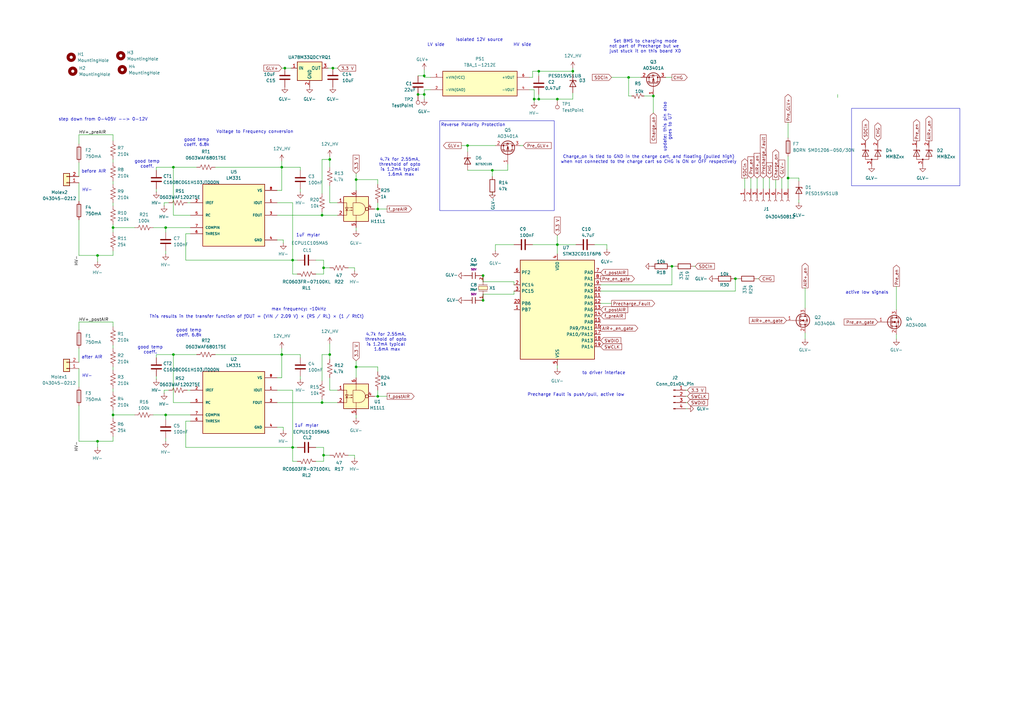
<source format=kicad_sch>
(kicad_sch (version 20250114) (generator "eeschema") (generator_version "9.0")
  (paper "A3")
  (rectangle (start 180.34 49.53) (end 227.33 86.36))
  (rectangle (start 349.25 44.45) (end 393.7 76.2))
  (text "active low signals" (at 355.6 120.015 0) (effects (font (size 1.27 1.27))))
  (text "HV-" (at 33.655 78.74 0) (effects (font (size 1.27 1.27)) (justify left bottom)))
  (text "update: this pin also\ngoes to U7" (at 273.685 52.07 90) (effects (font (size 1.27 1.27))))
  (text "after AIR" (at 33.401 147.32 0) (effects (font (size 1.27 1.27)) (justify left bottom)))
  (text "4.7k for 2.55mA, \nthreshold of opto \nis 1.2mA typical \n1.6mA max" (at 158.75 140.335 0) (effects (font (size 1.27 1.27))))
  (text "Reverse Polarity Protection" (at 194.056 51.308 0) (effects (font (size 1.27 1.27))))
  (text "good temp\ncoeff. 6.8k" (at 77.47 136.525 0) (effects (font (size 1.27 1.27))))
  (text "Charge_on is tied to GND in the charge cart, and floating (pulled high)\nwhen not connected to the charge cart so CHG is ON or OFF respectively" (at 266.065 65.405 0) (effects (font (size 1.27 1.27))))
  (text "max frequency: ~10kHz" (at 122.555 126.873 0) (effects (font (size 1.27 1.27))))
  (text "1uF mylar" (at 125.73 174.625 0) (effects (font (size 1.27 1.27))))
  (text "Isolated 12V source\nLV side 					HV side" (at 196.596 17.399 0) (effects (font (size 1.27 1.27))))
  (text "good temp\ncoeff. 6.8k" (at 80.645 58.42 0) (effects (font (size 1.27 1.27))))
  (text "1uF mylar" (at 126.365 96.52 0) (effects (font (size 1.27 1.27))))
  (text "4.7k for 2.55mA, \nthreshold of opto \nis 1.2mA typical \n1.6mA max" (at 164.465 68.58 0) (effects (font (size 1.27 1.27))))
  (text "Set BMS to charging mode\nnot part of Precharge but we \njust stuck it on this board XD\n" (at 264.668 19.05 0) (effects (font (size 1.27 1.27))))
  (text "This results in the transfer function of ƒOUT = (VIN / 2.09 V) × (RS / RL) × (1 / RtCt)" (at 105.283 129.921 0) (effects (font (size 1.27 1.27))))
  (text "good temp\ncoeff." (at 61.595 143.51 0) (effects (font (size 1.27 1.27))))
  (text "good temp\ncoeff." (at 60.325 67.31 0) (effects (font (size 1.27 1.27))))
  (text "HV-" (at 33.655 154.94 0) (effects (font (size 1.27 1.27)) (justify left bottom)))
  (text "Voltage to Frequency conversion" (at 104.521 54.102 0) (effects (font (size 1.27 1.27))))
  (text "to driver interface" (at 247.65 153.035 0) (effects (font (size 1.27 1.27))))
  (text "step down from 0-405V --> 0-12V" (at 42.291 49.022 0) (effects (font (size 1.27 1.27))))
  (text "Precharge Fault is push/pull, active low" (at 236.22 161.925 0) (effects (font (size 1.27 1.27))))
  (text "before AIR" (at 33.401 71.12 0) (effects (font (size 1.27 1.27)) (justify left bottom)))
  (junction (at 201.93 69.85))
  (junction (at 323.215 73.025))
  (junction (at 257.81 31.75))
  (junction (at 171.45 38.735))
  (junction (at 135.255 145.415))
  (junction (at 46.355 170.18))
  (junction (at 234.95 29.21))
  (junction (at 40.005 104.775))
  (junction (at 275.59 109.22))
  (junction (at 267.97 39.37))
  (junction (at 132.08 88.265))
  (junction (at 146.05 150.495))
  (junction (at 154.94 85.725))
  (junction (at 228.6 100.33))
  (junction (at 136.525 27.94))
  (junction (at 146.05 73.66))
  (junction (at 198.12 113.03))
  (junction (at 71.12 68.58))
  (junction (at 115.57 145.415))
  (junction (at 116.84 27.94))
  (junction (at 67.945 170.18))
  (junction (at 132.08 165.1))
  (junction (at 198.12 123.19))
  (junction (at 191.77 59.69))
  (junction (at 173.99 31.115))
  (junction (at 120.015 106.68))
  (junction (at 46.355 93.345))
  (junction (at 228.6 40.64))
  (junction (at 120.015 183.515))
  (junction (at 219.075 40.64))
  (junction (at 71.12 145.415))
  (junction (at 40.005 180.975))
  (junction (at 135.255 65.405))
  (junction (at 154.94 162.56))
  (junction (at 173.99 38.735))
  (junction (at 115.57 68.58))
  (junction (at 301.625 114.3))
  (junction (at 220.98 29.21))
  (junction (at 132.715 109.855))
  (junction (at 220.98 40.64))
  (junction (at 67.945 93.345))
  (junction (at 132.715 186.69))
  (wire (pts (xy 327.66 74.295) (xy 327.66 73.025)))
  (wire (pts (xy 228.6 100.33) (xy 236.22 100.33)))
  (wire (pts (xy 154.94 83.185) (xy 154.94 85.725)))
  (wire (pts (xy 228.6 40.64) (xy 220.98 40.64)))
  (wire (pts (xy 116.84 27.94) (xy 119.38 27.94)))
  (wire (pts (xy 330.2 118.11) (xy 330.2 126.365)))
  (wire (pts (xy 313.055 73.025) (xy 313.055 77.47)))
  (wire (pts (xy 285.115 109.22) (xy 284.48 109.22)))
  (wire (pts (xy 323.215 73.025) (xy 323.215 77.47)))
  (wire (pts (xy 67.945 170.18) (xy 78.105 170.18)))
  (wire (pts (xy 153.67 162.56) (xy 154.94 162.56)))
  (wire (pts (xy 367.665 137.16) (xy 367.665 139.065)))
  (wire (pts (xy 228.6 100.33) (xy 228.6 104.14)))
  (wire (pts (xy 71.12 68.58) (xy 80.645 68.58)))
  (wire (pts (xy 113.665 88.265) (xy 132.08 88.265)))
  (wire (pts (xy 78.105 165.1) (xy 71.12 165.1)))
  (wire (pts (xy 116.205 99.695) (xy 116.205 98.425)))
  (wire (pts (xy 154.94 152.4) (xy 154.94 150.495)))
  (wire (pts (xy 234.95 27.94) (xy 234.95 29.21)))
  (wire (pts (xy 46.355 150.495) (xy 46.355 151.765)))
  (wire (pts (xy 210.82 115.57) (xy 198.12 115.57)))
  (wire (pts (xy 189.23 59.69) (xy 191.77 59.69)))
  (wire (pts (xy 323.215 64.135) (xy 323.215 73.025)))
  (wire (pts (xy 343.535 40.005) (xy 343.535 38.735)))
  (wire (pts (xy 115.57 78.105) (xy 113.665 78.105)))
  (wire (pts (xy 115.57 68.58) (xy 115.57 78.105)))
  (wire (pts (xy 327.66 73.025) (xy 323.215 73.025)))
  (wire (pts (xy 154.94 160.02) (xy 154.94 162.56)))
  (wire (pts (xy 46.355 159.385) (xy 46.355 160.655)))
  (wire (pts (xy 120.015 83.185) (xy 120.015 106.68)))
  (wire (pts (xy 46.355 55.245) (xy 46.355 57.785)))
  (wire (pts (xy 301.625 114.3) (xy 302.895 114.3)))
  (wire (pts (xy 132.08 86.995) (xy 132.08 88.265)))
  (wire (pts (xy 145.415 186.69) (xy 142.875 186.69)))
  (wire (pts (xy 154.94 75.565) (xy 154.94 73.66)))
  (wire (pts (xy 135.255 160.02) (xy 138.43 160.02)))
  (wire (pts (xy 301.625 114.3) (xy 301.625 119.38)))
  (wire (pts (xy 173.99 31.115) (xy 173.99 31.75)))
  (wire (pts (xy 257.81 39.37) (xy 259.08 39.37)))
  (wire (pts (xy 146.05 147.955) (xy 146.05 150.495)))
  (wire (pts (xy 219.075 41.91) (xy 219.075 40.64)))
  (wire (pts (xy 120.015 160.02) (xy 120.015 183.515)))
  (wire (pts (xy 64.135 155.575) (xy 64.135 154.305)))
  (wire (pts (xy 76.2 172.72) (xy 78.105 172.72)))
  (wire (pts (xy 234.95 29.21) (xy 234.95 30.48)))
  (wire (pts (xy 115.57 27.94) (xy 116.84 27.94)))
  (wire (pts (xy 171.45 38.735) (xy 173.99 38.735)))
  (wire (pts (xy 146.05 171.45) (xy 146.05 170.18)))
  (wire (pts (xy 32.385 151.13) (xy 32.385 158.75)))
  (wire (pts (xy 46.355 141.605) (xy 46.355 142.875)))
  (wire (pts (xy 318.135 73.66) (xy 318.135 77.47)))
  (wire (pts (xy 62.865 93.345) (xy 67.945 93.345)))
  (wire (pts (xy 46.355 93.345) (xy 46.355 95.25)))
  (wire (pts (xy 123.19 78.74) (xy 123.19 77.47)))
  (wire (pts (xy 32.385 180.975) (xy 40.005 180.975)))
  (wire (pts (xy 173.99 36.83) (xy 173.99 38.735)))
  (wire (pts (xy 307.975 73.025) (xy 307.975 77.47)))
  (wire (pts (xy 132.08 156.21) (xy 132.08 145.415)))
  (wire (pts (xy 67.945 170.18) (xy 67.945 172.085)))
  (wire (pts (xy 116.205 98.425) (xy 113.665 98.425)))
  (wire (pts (xy 311.15 114.3) (xy 310.515 114.3)))
  (wire (pts (xy 32.385 90.17) (xy 32.385 104.775)))
  (wire (pts (xy 115.57 66.04) (xy 115.57 68.58)))
  (wire (pts (xy 262.89 31.75) (xy 257.81 31.75)))
  (wire (pts (xy 171.45 31.115) (xy 173.99 31.115)))
  (wire (pts (xy 32.385 55.245) (xy 46.355 55.245)))
  (wire (pts (xy 121.92 189.23) (xy 120.015 189.23)))
  (wire (pts (xy 218.44 31.75) (xy 217.17 31.75)))
  (wire (pts (xy 115.57 145.415) (xy 115.57 154.94)))
  (wire (pts (xy 281.305 167.64) (xy 281.94 167.64)))
  (wire (pts (xy 234.95 40.64) (xy 228.6 40.64)))
  (wire (pts (xy 132.08 165.1) (xy 138.43 165.1)))
  (wire (pts (xy 327.66 81.915) (xy 327.66 83.185)))
  (wire (pts (xy 46.355 170.18) (xy 46.355 171.45)))
  (wire (pts (xy 228.6 96.52) (xy 228.6 100.33)))
  (wire (pts (xy 123.19 146.685) (xy 123.19 145.415)))
  (wire (pts (xy 315.595 73.025) (xy 315.595 77.47)))
  (wire (pts (xy 132.715 109.855) (xy 132.715 106.68)))
  (wire (pts (xy 46.355 132.08) (xy 46.355 133.985)))
  (wire (pts (xy 132.08 88.265) (xy 138.43 88.265)))
  (wire (pts (xy 46.355 93.345) (xy 55.245 93.345)))
  (wire (pts (xy 220.98 29.21) (xy 220.98 31.115)))
  (wire (pts (xy 46.355 179.07) (xy 46.355 180.975)))
  (wire (pts (xy 273.05 31.75) (xy 275.59 31.75)))
  (wire (pts (xy 213.36 59.69) (xy 214.63 59.69)))
  (wire (pts (xy 281.305 165.1) (xy 281.94 165.1)))
  (wire (pts (xy 228.6 151.13) (xy 228.6 149.86)))
  (wire (pts (xy 305.435 73.025) (xy 305.435 77.47)))
  (wire (pts (xy 32.385 142.875) (xy 32.385 148.59)))
  (wire (pts (xy 218.44 29.21) (xy 218.44 31.75)))
  (wire (pts (xy 320.675 73.025) (xy 320.675 77.47)))
  (wire (pts (xy 67.945 180.975) (xy 67.945 179.705)))
  (wire (pts (xy 275.59 109.22) (xy 274.955 109.22)))
  (wire (pts (xy 173.99 31.75) (xy 176.53 31.75)))
  (wire (pts (xy 123.19 155.575) (xy 123.19 154.305)))
  (wire (pts (xy 173.99 36.83) (xy 176.53 36.83)))
  (wire (pts (xy 76.2 183.515) (xy 76.2 172.72)))
  (wire (pts (xy 132.715 112.395) (xy 132.715 109.855)))
  (wire (pts (xy 132.715 186.69) (xy 135.255 186.69)))
  (wire (pts (xy 220.98 38.735) (xy 220.98 40.64)))
  (wire (pts (xy 71.12 165.1) (xy 71.12 145.415)))
  (wire (pts (xy 67.31 83.185) (xy 69.215 83.185)))
  (wire (pts (xy 113.665 160.02) (xy 120.015 160.02)))
  (wire (pts (xy 135.255 76.2) (xy 135.255 83.185)))
  (wire (pts (xy 146.05 71.12) (xy 146.05 73.66)))
  (wire (pts (xy 173.99 28.575) (xy 173.99 31.115)))
  (wire (pts (xy 154.94 73.66) (xy 146.05 73.66)))
  (wire (pts (xy 46.355 170.18) (xy 55.245 170.18)))
  (wire (pts (xy 78.105 88.265) (xy 71.12 88.265)))
  (wire (pts (xy 46.355 92.075) (xy 46.355 93.345)))
  (wire (pts (xy 123.19 145.415) (xy 115.57 145.415)))
  (wire (pts (xy 64.135 69.85) (xy 64.135 68.58)))
  (wire (pts (xy 40.005 180.975) (xy 46.355 180.975)))
  (wire (pts (xy 116.205 176.53) (xy 116.205 175.26)))
  (wire (pts (xy 201.93 69.85) (xy 201.93 72.39)))
  (wire (pts (xy 46.355 74.295) (xy 46.355 75.565)))
  (wire (pts (xy 32.385 132.08) (xy 32.385 135.255)))
  (wire (pts (xy 153.67 85.725) (xy 154.94 85.725)))
  (wire (pts (xy 145.415 111.125) (xy 145.415 109.855)))
  (wire (pts (xy 116.205 175.26) (xy 113.665 175.26)))
  (wire (pts (xy 120.015 112.395) (xy 120.015 106.68)))
  (wire (pts (xy 46.355 83.185) (xy 46.355 84.455)))
  (wire (pts (xy 136.525 27.94) (xy 138.43 27.94)))
  (wire (pts (xy 300.99 114.3) (xy 301.625 114.3)))
  (wire (pts (xy 71.12 145.415) (xy 80.645 145.415)))
  (wire (pts (xy 135.255 154.94) (xy 135.255 160.02)))
  (wire (pts (xy 123.19 69.85) (xy 123.19 68.58)))
  (wire (pts (xy 367.665 117.475) (xy 367.665 127)))
  (wire (pts (xy 121.92 112.395) (xy 120.015 112.395)))
  (wire (pts (xy 220.98 29.21) (xy 234.95 29.21)))
  (wire (pts (xy 210.82 120.65) (xy 210.82 119.38)))
  (wire (pts (xy 32.385 132.08) (xy 46.355 132.08)))
  (wire (pts (xy 246.38 124.46) (xy 250.825 124.46)))
  (wire (pts (xy 40.005 107.315) (xy 40.005 104.775)))
  (wire (pts (xy 132.08 145.415) (xy 135.255 145.415)))
  (wire (pts (xy 173.99 38.735) (xy 173.99 40.64)))
  (wire (pts (xy 132.08 65.405) (xy 135.255 65.405)))
  (wire (pts (xy 88.265 68.58) (xy 115.57 68.58)))
  (wire (pts (xy 120.015 183.515) (xy 121.92 183.515)))
  (wire (pts (xy 40.005 104.775) (xy 46.355 104.775)))
  (wire (pts (xy 135.255 83.185) (xy 138.43 83.185)))
  (wire (pts (xy 220.98 40.64) (xy 219.075 40.64)))
  (wire (pts (xy 62.865 170.18) (xy 67.945 170.18)))
  (wire (pts (xy 120.015 106.68) (xy 76.2 106.68)))
  (wire (pts (xy 146.05 73.66) (xy 146.05 78.105)))
  (wire (pts (xy 76.835 83.185) (xy 78.105 83.185)))
  (wire (pts (xy 330.2 136.525) (xy 330.2 139.065)))
  (wire (pts (xy 132.08 163.83) (xy 132.08 165.1)))
  (wire (pts (xy 67.31 161.29) (xy 67.31 160.02)))
  (wire (pts (xy 64.135 146.685) (xy 64.135 145.415)))
  (wire (pts (xy 32.385 55.245) (xy 32.385 59.055)))
  (wire (pts (xy 234.95 38.1) (xy 234.95 40.64)))
  (wire (pts (xy 201.93 80.01) (xy 201.93 78.74)))
  (wire (pts (xy 123.19 68.58) (xy 115.57 68.58)))
  (wire (pts (xy 275.59 109.22) (xy 275.59 116.84)))
  (wire (pts (xy 267.97 39.37) (xy 267.97 46.355)))
  (wire (pts (xy 32.385 104.775) (xy 40.005 104.775)))
  (wire (pts (xy 198.12 120.65) (xy 198.12 123.19)))
  (wire (pts (xy 191.77 62.23) (xy 191.77 59.69)))
  (wire (pts (xy 64.135 78.74) (xy 64.135 77.47)))
  (wire (pts (xy 276.86 109.22) (xy 275.59 109.22)))
  (wire (pts (xy 248.92 100.33) (xy 248.92 102.235)))
  (wire (pts (xy 76.835 160.02) (xy 78.105 160.02)))
  (wire (pts (xy 146.05 94.615) (xy 146.05 93.345)))
  (wire (pts (xy 132.715 186.69) (xy 132.715 183.515)))
  (wire (pts (xy 135.255 65.405) (xy 135.255 68.58)))
  (wire (pts (xy 135.255 145.415) (xy 135.255 147.32)))
  (wire (pts (xy 46.355 65.405) (xy 46.355 66.675)))
  (wire (pts (xy 113.665 83.185) (xy 120.015 83.185)))
  (wire (pts (xy 88.265 145.415) (xy 115.57 145.415)))
  (wire (pts (xy 120.015 106.68) (xy 121.92 106.68)))
  (wire (pts (xy 132.715 109.855) (xy 135.255 109.855)))
  (wire (pts (xy 203.2 100.33) (xy 210.82 100.33)))
  (wire (pts (xy 219.075 36.83) (xy 219.075 40.64)))
  (wire (pts (xy 201.93 69.85) (xy 191.77 69.85)))
  (wire (pts (xy 323.215 50.165) (xy 323.215 56.515)))
  (wire (pts (xy 218.44 100.33) (xy 228.6 100.33)))
  (wire (pts (xy 191.77 59.69) (xy 203.2 59.69)))
  (wire (pts (xy 257.81 31.75) (xy 257.81 39.37)))
  (wire (pts (xy 246.38 119.38) (xy 301.625 119.38)))
  (wire (pts (xy 135.255 140.97) (xy 135.255 145.415)))
  (wire (pts (xy 154.94 162.56) (xy 158.75 162.56)))
  (wire (pts (xy 208.28 69.85) (xy 201.93 69.85)))
  (wire (pts (xy 219.075 36.83) (xy 217.17 36.83)))
  (wire (pts (xy 46.355 168.275) (xy 46.355 170.18)))
  (wire (pts (xy 67.31 84.455) (xy 67.31 83.185)))
  (wire (pts (xy 129.54 189.23) (xy 132.715 189.23)))
  (wire (pts (xy 67.945 93.345) (xy 78.105 93.345)))
  (wire (pts (xy 203.2 100.33) (xy 203.2 102.87)))
  (wire (pts (xy 40.005 183.515) (xy 40.005 180.975)))
  (wire (pts (xy 32.385 74.93) (xy 32.385 82.55)))
  (wire (pts (xy 198.12 115.57) (xy 198.12 113.03)))
  (wire (pts (xy 76.2 106.68) (xy 76.2 95.885)))
  (wire (pts (xy 281.305 160.02) (xy 281.94 160.02)))
  (wire (pts (xy 145.415 109.855) (xy 142.875 109.855)))
  (wire (pts (xy 132.715 189.23) (xy 132.715 186.69)))
  (wire (pts (xy 246.38 116.84) (xy 275.59 116.84)))
  (wire (pts (xy 120.015 183.515) (xy 76.2 183.515)))
  (wire (pts (xy 129.54 106.68) (xy 132.715 106.68)))
  (wire (pts (xy 243.84 100.33) (xy 248.92 100.33)))
  (wire (pts (xy 146.05 150.495) (xy 146.05 154.94)))
  (wire (pts (xy 67.945 104.14) (xy 67.945 102.87)))
  (wire (pts (xy 32.385 166.37) (xy 32.385 180.975)))
  (wire (pts (xy 120.015 189.23) (xy 120.015 183.515)))
  (wire (pts (xy 46.355 102.87) (xy 46.355 104.775)))
  (wire (pts (xy 281.305 162.56) (xy 281.94 162.56)))
  (wire (pts (xy 32.385 66.675) (xy 32.385 72.39)))
  (wire (pts (xy 129.54 183.515) (xy 132.715 183.515)))
  (wire (pts (xy 67.31 160.02) (xy 69.215 160.02)))
  (wire (pts (xy 64.135 68.58) (xy 71.12 68.58)))
  (wire (pts (xy 76.2 95.885) (xy 78.105 95.885)))
  (wire (pts (xy 154.94 150.495) (xy 146.05 150.495)))
  (wire (pts (xy 220.98 29.21) (xy 218.44 29.21)))
  (wire (pts (xy 310.515 73.025) (xy 310.515 77.47)))
  (wire (pts (xy 129.54 112.395) (xy 132.715 112.395)))
  (wire (pts (xy 264.16 39.37) (xy 267.97 39.37)))
  (wire (pts (xy 154.94 85.725) (xy 158.75 85.725)))
  (wire (pts (xy 134.62 27.94) (xy 136.525 27.94)))
  (wire (pts (xy 210.82 115.57) (xy 210.82 116.84)))
  (wire (pts (xy 135.255 64.135) (xy 135.255 65.405)))
  (wire (pts (xy 208.28 67.31) (xy 208.28 69.85)))
  (wire (pts (xy 113.665 165.1) (xy 132.08 165.1)))
  (wire (pts (xy 145.415 187.96) (xy 145.415 186.69)))
  (wire (pts (xy 132.08 79.375) (xy 132.08 65.405)))
  (wire (pts (xy 250.825 31.75) (xy 257.81 31.75)))
  (wire (pts (xy 71.12 88.265) (xy 71.12 68.58)))
  (wire (pts (xy 210.82 120.65) (xy 198.12 120.65)))
  (wire (pts (xy 64.135 145.415) (xy 71.12 145.415)))
  (wire (pts (xy 67.945 93.345) (xy 67.945 95.25)))
  (wire (pts (xy 115.57 142.875) (xy 115.57 145.415)))
  (wire (pts (xy 115.57 154.94) (xy 113.665 154.94)))
  (label "HV-" (at 32.385 104.775 270))
  (label "HV+_preAIR" (at 32.385 55.245 0))
  (label "HV+_postAIR" (at 32.385 132.08 0))
  (label "HV-" (at 32.385 180.975 270))
  (global_label "3.3 V" (shape input) (at 146.05 147.955 90) (property "Intersheetrefs" "${INTERSHEET_REFS}" (effects (hide yes))))
  (global_label "Pre_en" (shape input) (at 307.975 73.025 90) (property "Intersheetrefs" "${INTERSHEET_REFS}" (effects (hide yes))))
  (global_label "3.3 V" (shape input) (at 138.43 27.94 0) (property "Intersheetrefs" "${INTERSHEET_REFS}" (effects (hide yes))))
  (global_label "AIR+_en" (shape output) (at 381 57.785 90) (property "Intersheetrefs" "${INTERSHEET_REFS}" (effects (hide yes))))
  (global_label "Charge_on" (shape input) (at 267.97 46.355 270) (property "Intersheetrefs" "${INTERSHEET_REFS}" (effects (hide yes))))
  (global_label "SDCin" (shape bidirectional) (at 354.965 57.785 90) (property "Intersheetrefs" "${INTERSHEET_REFS}" (effects (hide yes))))
  (global_label "f_postAIR" (shape input) (at 246.38 111.76 0) (property "Intersheetrefs" "${INTERSHEET_REFS}" (effects (hide yes))))
  (global_label "AIR+_en" (shape output) (at 330.2 118.11 90) (property "Intersheetrefs" "${INTERSHEET_REFS}" (effects (hide yes))))
  (global_label "SWDIO" (shape input) (at 246.38 139.7 0) (property "Intersheetrefs" "${INTERSHEET_REFS}" (effects (hide yes))))
  (global_label "Pre_GLV+" (shape output) (at 323.215 50.165 90) (property "Intersheetrefs" "${INTERSHEET_REFS}" (effects (hide yes))))
  (global_label "CHG" (shape input) (at 311.15 114.3 0) (property "Intersheetrefs" "${INTERSHEET_REFS}" (effects (hide yes))))
  (global_label "GLV+" (shape output) (at 189.23 59.69 180) (property "Intersheetrefs" "${INTERSHEET_REFS}" (effects (hide yes))))
  (global_label "Charge_on" (shape output) (at 318.135 73.66 90) (property "Intersheetrefs" "${INTERSHEET_REFS}" (effects (hide yes))))
  (global_label "Pre_GLV+" (shape input) (at 214.63 59.69 0) (property "Intersheetrefs" "${INTERSHEET_REFS}" (effects (hide yes))))
  (global_label "f_postAIR" (shape output) (at 158.75 162.56 0) (property "Intersheetrefs" "${INTERSHEET_REFS}" (effects (hide yes))))
  (global_label "CHG" (shape output) (at 275.59 31.75 0) (property "Intersheetrefs" "${INTERSHEET_REFS}" (effects (hide yes))))
  (global_label "Pre_en_gate" (shape input) (at 360.045 132.08 180) (property "Intersheetrefs" "${INTERSHEET_REFS}" (effects (hide yes))))
  (global_label "SWCLK" (shape input) (at 246.38 142.24 0) (property "Intersheetrefs" "${INTERSHEET_REFS}" (effects (hide yes))))
  (global_label "SDCin" (shape input) (at 285.115 109.22 0) (property "Intersheetrefs" "${INTERSHEET_REFS}" (effects (hide yes))))
  (global_label "SDCin" (shape input) (at 250.825 31.75 180) (property "Intersheetrefs" "${INTERSHEET_REFS}" (effects (hide yes))))
  (global_label "AIR+_en_gate" (shape input) (at 322.58 131.445 180) (property "Intersheetrefs" "${INTERSHEET_REFS}" (effects (hide yes))))
  (global_label "SWDIO" (shape input) (at 281.94 165.1 0) (property "Intersheetrefs" "${INTERSHEET_REFS}" (effects (hide yes))))
  (global_label "GLV+" (shape input) (at 115.57 27.94 180) (property "Intersheetrefs" "${INTERSHEET_REFS}" (effects (hide yes))))
  (global_label "Pre_en" (shape output) (at 375.92 57.785 90) (property "Intersheetrefs" "${INTERSHEET_REFS}" (effects (hide yes))))
  (global_label "3.3 V" (shape input) (at 281.94 160.02 0) (property "Intersheetrefs" "${INTERSHEET_REFS}" (effects (hide yes))))
  (global_label "Precharge_Fault" (shape input) (at 313.055 73.025 90) (property "Intersheetrefs" "${INTERSHEET_REFS}" (effects (hide yes))))
  (global_label "Precharge_Fault" (shape output) (at 250.825 124.46 0) (property "Intersheetrefs" "${INTERSHEET_REFS}" (effects (hide yes))))
  (global_label "3.3 V" (shape input) (at 228.6 96.52 90) (property "Intersheetrefs" "${INTERSHEET_REFS}" (effects (hide yes))))
  (global_label "SDCin" (shape output) (at 305.435 73.025 90) (property "Intersheetrefs" "${INTERSHEET_REFS}" (effects (hide yes))))
  (global_label "CHG" (shape input) (at 315.595 73.025 90) (property "Intersheetrefs" "${INTERSHEET_REFS}" (effects (hide yes))))
  (global_label "GLV-" (shape input) (at 320.675 73.025 90) (property "Intersheetrefs" "${INTERSHEET_REFS}" (effects (hide yes))))
  (global_label "f_preAIR" (shape input) (at 246.38 129.54 0) (property "Intersheetrefs" "${INTERSHEET_REFS}" (effects (hide yes))))
  (global_label "3.3 V" (shape input) (at 146.05 71.12 90) (property "Intersheetrefs" "${INTERSHEET_REFS}" (effects (hide yes))))
  (global_label "Pre_en_gate" (shape output) (at 246.38 114.3 0) (property "Intersheetrefs" "${INTERSHEET_REFS}" (effects (hide yes))))
  (global_label "Pre_en" (shape output) (at 367.665 117.475 90) (property "Intersheetrefs" "${INTERSHEET_REFS}" (effects (hide yes))))
  (global_label "CHG" (shape bidirectional) (at 360.045 57.785 90) (property "Intersheetrefs" "${INTERSHEET_REFS}" (effects (hide yes))))
  (global_label "f_postAIR" (shape input) (at 246.38 127 0) (property "Intersheetrefs" "${INTERSHEET_REFS}" (effects (hide yes))))
  (global_label "AIR+_en" (shape input) (at 310.515 73.025 90) (property "Intersheetrefs" "${INTERSHEET_REFS}" (effects (hide yes))))
  (global_label "AIR+_en_gate" (shape output) (at 246.38 134.62 0) (property "Intersheetrefs" "${INTERSHEET_REFS}" (effects (hide yes))))
  (global_label "f_preAIR" (shape output) (at 158.75 85.725 0) (property "Intersheetrefs" "${INTERSHEET_REFS}" (effects (hide yes))))
  (global_label "SWCLK" (shape input) (at 281.94 162.56 0) (property "Intersheetrefs" "${INTERSHEET_REFS}" (effects (hide yes))))
  (symbol (lib_id "Device:R_US") (at 84.455 68.58 90) (unit 1)
    (property "Reference" "RT1" (at 84.455 62.23 90))
    (property "Value" "0603WAF6801T5E" (at 84.455 64.77 90))
    (property "Footprint" "Resistor_SMD:R_0603_1608Metric" (effects (hide yes)))
    (property "Description" "Resistor, US symbol" (effects (hide yes)))
  )
  (symbol (lib_id "Transistor_FET:AO3401A") (at 208.28 62.23 270) (mirror x) (unit 1)
    (property "Reference" "Q5" (at 208.28 53.34 90))
    (property "Value" "AO3401A" (at 208.28 55.88 90))
    (property "Footprint" "Package_TO_SOT_SMD:SOT-23" (effects (hide yes)))
    (property "Datasheet" "http://www.aosmd.com/pdfs/datasheet/AO3401A.pdf" (effects (hide yes)))
    (property "Description" "-4.0A Id, -30V Vds, P-Channel MOSFET, SOT-23" (effects (hide yes)))
  )
  (symbol (lib_id "Device:Fuse") (at 32.385 139.065 180) (unit 1) (in_bom no)
    (property "Reference" "F1" (at 34.925 137.7949 0) (effects (justify right)))
    (property "Value" "750mA" (at 34.925 140.3349 0) (effects (justify right)))
    (property "Footprint" "HV_Fuse:FUSE_BK_PCS" (effects (hide yes)))
  )
  (symbol (lib_id "power:GND1") (at 145.415 111.125 0) (unit 1)
    (property "Reference" "#PWR028" (effects (hide yes)))
    (property "Value" "HV-" (at 145.415 115.57 0))
    (property "Description" "Power symbol creates a global label with name \"GND1\" , ground" (effects (hide yes)))
  )
  (symbol (lib_id "Device:R_US") (at 46.355 137.795 0) (unit 1)
    (property "Reference" "R1" (at 48.133 136.906 0) (effects (justify left)))
    (property "Value" "210k" (at 48.133 139.446 0) (effects (justify left)))
    (property "Footprint" "Resistor_SMD:R_1206_3216Metric" (effects (hide yes)))
    (property "Description" "Resistor, US symbol" (effects (hide yes)))
  )
  (symbol (lib_id "power:VDC") (at 173.99 28.575 0) (unit 1)
    (property "Reference" "#PWR08" (effects (hide yes)))
    (property "Value" "GLV+" (at 170.688 24.384 0) (effects (justify left)))
    (property "Description" "Power symbol creates a global label with name \"VDC\"" (effects (hide yes)))
  )
  (symbol (lib_id "Device:C") (at 116.84 31.75 180) (unit 1)
    (property "Reference" "C15" (at 113.03 33.02 0) (effects (justify left)))
    (property "Value" "10uF" (at 113.03 30.48 0) (effects (justify left)))
    (property "Footprint" "Capacitor_SMD:C_1206_3216Metric" (effects (hide yes)))
  )
  (symbol (lib_id "Device:C") (at 240.03 100.33 270) (unit 1)
    (property "Reference" "C10" (at 238.506 93.98 90) (effects (justify left)))
    (property "Value" "4.7uF" (at 238.506 96.52 90) (effects (justify left)))
    (property "Footprint" "Capacitor_SMD:C_0603_1608Metric" (effects (hide yes)))
    (property "Description" "Unpolarized capacitor" (effects (hide yes)))
  )
  (symbol (lib_id "power:GND") (at 190.5 113.03 270) (unit 1)
    (property "Reference" "#PWR038" (effects (hide yes)))
    (property "Value" "GLV-" (at 182.626 112.776 90) (effects (justify left)))
    (property "Description" "Power symbol creates a global label with name \"GND\" , ground" (effects (hide yes)))
  )
  (symbol (lib_id "power:GND") (at 367.665 139.065 0) (mirror y) (unit 1)
    (property "Reference" "#PWR031" (effects (hide yes)))
    (property "Value" "GLV-" (at 367.665 143.51 0))
  )
  (symbol (lib_id "Device:R") (at 271.145 109.22 90) (unit 1)
    (property "Reference" "R18" (at 271.145 111.76 90))
    (property "Value" "10k" (at 271.145 107.315 90))
    (property "Footprint" "Resistor_SMD:R_0603_1608Metric" (effects (hide yes)))
    (property "Description" "Resistor" (effects (hide yes)))
  )
  (symbol (lib_id "power:GND1") (at 40.005 107.315 0) (unit 1)
    (property "Reference" "#PWR018" (effects (hide yes)))
    (property "Value" "HV-" (at 40.005 111.76 0))
    (property "Description" "Power symbol creates a global label with name \"GND1\" , ground" (effects (hide yes)))
  )
  (symbol (lib_id "Device:R_US") (at 59.055 170.18 90) (unit 1)
    (property "Reference" "R16" (at 59.055 164.846 90))
    (property "Value" "100k" (at 59.055 167.386 90))
    (property "Footprint" "Resistor_SMD:R_0603_1608Metric" (effects (hide yes)))
    (property "Description" "Resistor, US symbol" (effects (hide yes)))
  )
  (symbol (lib_id "Device:R_US") (at 84.455 145.415 90) (unit 1)
    (property "Reference" "RT2" (at 84.455 139.7 90))
    (property "Value" "0603WAF6801T5E" (at 84.455 142.24 90))
    (property "Footprint" "Resistor_SMD:R_0603_1608Metric" (effects (hide yes)))
    (property "Description" "Resistor, US symbol" (effects (hide yes)))
  )
  (symbol (lib_id "power:GND1") (at 136.525 35.56 0) (unit 1)
    (property "Reference" "#PWR043" (effects (hide yes)))
    (property "Value" "GLV-" (at 136.525 40.64 0))
    (property "Description" "Power symbol creates a global label with name \"GND1\" , ground" (effects (hide yes)))
  )
  (symbol (lib_id "power:GND1") (at 173.99 40.64 0) (unit 1)
    (property "Reference" "#PWR09" (effects (hide yes)))
    (property "Value" "GLV-" (at 173.99 45.72 0))
    (property "Description" "Power symbol creates a global label with name \"GND1\" , ground" (effects (hide yes)))
  )
  (symbol (lib_id "Connector:TestPoint") (at 228.6 40.64 180) (unit 1) (in_bom no)
    (property "Reference" "TP1" (at 230.505 42.6719 0) (effects (justify right)))
    (property "Value" "TestPoint" (at 230.505 45.2119 0) (effects (justify right)))
    (property "Footprint" "TestPoint:TestPoint_Pad_D3.0mm" (effects (hide yes)))
    (property "Description" "test point" (effects (hide yes)))
  )
  (symbol (lib_id "Device:R_US") (at 46.355 70.485 0) (unit 1)
    (property "Reference" "R8" (at 48.133 69.596 0) (effects (justify left)))
    (property "Value" "210k" (at 48.133 72.136 0) (effects (justify left)))
    (property "Footprint" "Resistor_SMD:R_1206_3216Metric" (effects (hide yes)))
    (property "Description" "Resistor, US symbol" (effects (hide yes)))
  )
  (symbol (lib_id "Mechanical:MountingHole") (at 50.165 28.575 0) (unit 1) (exclude_from_sim yes) (in_bom no)
    (property "Reference" "H4" (at 52.705 27.3049 0) (effects (justify left)))
    (property "Value" "MountingHole" (at 52.705 29.8449 0) (effects (justify left)))
    (property "Footprint" "MountingHole:MountingHole_4.3mm_M4" (effects (hide yes)))
    (property "Description" "Mounting Hole without connection" (effects (hide yes)))
  )
  (symbol (lib_id "Mechanical:MountingHole") (at 29.845 29.21 0) (unit 1) (exclude_from_sim yes) (in_bom no)
    (property "Reference" "H2" (at 32.385 27.9399 0) (effects (justify left)))
    (property "Value" "MountingHole" (at 32.385 30.4799 0) (effects (justify left)))
    (property "Footprint" "MountingHole:MountingHole_4.3mm_M4" (effects (hide yes)))
    (property "Description" "Mounting Hole without connection" (effects (hide yes)))
  )
  (symbol (lib_id "Device:R_US") (at 46.355 175.26 0) (unit 1)
    (property "Reference" "R6" (at 48.133 173.99 0) (effects (justify left)))
    (property "Value" "25k" (at 48.133 176.53 0) (effects (justify left)))
    (property "Footprint" "Resistor_SMD:R_0603_1608Metric" (effects (hide yes)))
    (property "Description" "Resistor, US symbol" (effects (hide yes)))
  )
  (symbol (lib_id "Device:R_Small_US") (at 261.62 39.37 90) (mirror x) (unit 1)
    (property "Reference" "R5" (at 261.62 34.29 90))
    (property "Value" "10k" (at 262.255 37.465 90))
    (property "Footprint" "Resistor_SMD:R_0603_1608Metric" (effects (hide yes)))
  )
  (symbol (lib_id "Diode:MMBZxx") (at 357.505 62.865 0) (unit 1)
    (property "Reference" "D4" (at 363.22 61.7219 0) (effects (justify left)))
    (property "Value" "MMBZxx" (at 363.22 64.2619 0) (effects (justify left)))
    (property "Footprint" "Package_TO_SOT_SMD:SOT-23" (effects (hide yes)))
    (property "Datasheet" "http://www.onsemi.com/pub/Collateral/MMBZ5V6ALT1-D.PDF" (effects (hide yes)))
    (property "Description" "Double Zener Diode, Common Anode, 225mW, SOT-23" (effects (hide yes)))
  )
  (symbol (lib_id "Device:R_US") (at 135.255 151.13 0) (mirror y) (unit 1)
    (property "Reference" "R12" (at 140.97 149.86 0) (effects (justify left)))
    (property "Value" "4.7k" (at 140.97 152.4 0) (effects (justify left)))
    (property "Footprint" "Resistor_SMD:R_0603_1608Metric" (effects (hide yes)))
    (property "Description" "Resistor, US symbol" (effects (hide yes)))
  )
  (symbol (lib_id "PCM_JLCPCB-Diodes:Zener,BZT52C10S") (at 191.77 66.04 180) (unit 1)
    (property "Reference" "D6" (at 194.945 64.7699 0) (effects (justify right)))
    (property "Value" "BZT52C10S" (at 194.945 67.31 0) (effects (font (size 0.8 0.8)) (justify right)))
    (property "Footprint" "Diode_SMD:D_SOD-323" (effects (hide yes)))
    (property "Datasheet" "https://wmsc.lcsc.com/wmsc/upload/file/pdf/v2/lcsc/2403280435_hongjiacheng-BZT52C10S_C19077446.pdf" (effects (hide yes)))
    (property "Description" "Independent Type 200mW 9.4V~10.6V 10V SOD-323 Zener Diodes ROHS" (effects (hide yes)))
    (property "LCSC" "C19077446" (effects (hide yes)))
    (property "Stock" "178615" (effects (hide yes)))
    (property "Price" "0.019USD" (effects (hide yes)))
    (property "Process" "SMT" (effects (hide yes)))
    (property "Minimum Qty" "20" (effects (hide yes)))
    (property "Attrition Qty" "6" (effects (hide yes)))
    (property "Class" "Preferred Component" (effects (hide yes)))
    (property "Category" "Diodes,Zener Diodes" (effects (hide yes)))
    (property "Manufacturer" "hongjiacheng" (effects (hide yes)))
    (property "Part" "BZT52C10S" (effects (hide yes)))
  )
  (symbol (lib_id "Connector_Generic:Conn_01x02") (at 27.305 74.93 180) (unit 1) (in_bom no)
    (property "Reference" "Molex2" (at 24.384 78.867 0))
    (property "Value" "043045-0212" (at 24.384 81.407 0))
    (property "Footprint" "Connector_Molex:Molex_Micro-Fit_3.0_43045-0212_2x01_P3.00mm_Vertical" (effects (hide yes)))
  )
  (symbol (lib_id "Device:R_US") (at 73.025 83.185 90) (unit 1)
    (property "Reference" "RS1" (at 73.787 78.359 90))
    (property "Value" "0603WAF1202T5E" (at 73.787 80.899 90))
    (property "Footprint" "Resistor_SMD:R_0603_1608Metric" (effects (hide yes)))
    (property "Description" "Resistor, US symbol" (effects (hide yes)))
  )
  (symbol (lib_id "power:GND") (at 330.2 139.065 0) (unit 1)
    (property "Reference" "#PWR034" (effects (hide yes)))
    (property "Value" "GLV-" (at 330.2 143.51 0))
  )
  (symbol (lib_id "LM331:LM331") (at 95.885 165.1 0) (unit 1)
    (property "Reference" "U2" (at 95.885 147.32 0))
    (property "Value" "LM331" (at 95.885 149.86 0))
    (property "Footprint" "footprints:DIP794W45P254L959H508Q8" (effects (hide yes)))
    (property "MF" "Texas Instruments" (effects (hide yes)))
    (property "MAXIMUM_PACKAGE_HEIGHT" "5.08 mm" (effects (hide yes)))
    (property "Package" "None" (effects (hide yes)))
    (property "Price" "None" (effects (hide yes)))
    (property "Check_prices" "https://www.snapeda.com/parts/LM331/Texas+Instruments/view-part/?ref=eda" (effects (hide yes)))
    (property "STANDARD" "IPC 7351B" (effects (hide yes)))
    (property "PARTREV" "C" (effects (hide yes)))
    (property "SnapEDA_Link" "https://www.snapeda.com/parts/LM331/Texas+Instruments/view-part/?ref=snap" (effects (hide yes)))
    (property "MP" "LM331" (effects (hide yes)))
    (property "Description_1" "\n                        \n                            VFC 100kHz 8-Pin PDIP Tube\n                        \n" (effects (hide yes)))
    (property "Availability" "Not in stock" (effects (hide yes)))
    (property "MANUFACTURER" "Texas Instruments" (effects (hide yes)))
  )
  (symbol (lib_id "Device:Fuse") (at 32.385 62.865 180) (unit 1) (in_bom no)
    (property "Reference" "F2" (at 34.925 61.5949 0) (effects (justify right)))
    (property "Value" "750mA" (at 34.925 64.1349 0) (effects (justify right)))
    (property "Footprint" "HV_Fuse:FUSE_BK_PCS" (effects (hide yes)))
  )
  (symbol (lib_id "power:GND1") (at 116.205 176.53 0) (unit 1)
    (property "Reference" "#PWR023" (effects (hide yes)))
    (property "Value" "HV-" (at 116.205 180.975 0))
    (property "Description" "Power symbol creates a global label with name \"GND1\" , ground" (effects (hide yes)))
  )
  (symbol (lib_id "Device:R_US") (at 132.08 160.02 0) (mirror y) (unit 1)
    (property "Reference" "R15" (at 130.937 158.75 0) (effects (justify left)))
    (property "Value" "10k" (at 130.937 161.29 0) (effects (justify left)))
    (property "Footprint" "Resistor_SMD:R_0603_1608Metric" (effects (hide yes)))
    (property "Description" "Resistor, US symbol" (effects (hide yes)))
  )
  (symbol (lib_id "power:GND1") (at 293.37 114.3 270) (unit 1)
    (property "Reference" "#PWR035" (effects (hide yes)))
    (property "Value" "GLV-" (at 290.195 114.2999 90) (effects (justify right)))
    (property "Description" "Power symbol creates a global label with name \"GND1\" , ground" (effects (hide yes)))
  )
  (symbol (lib_id "Transistor_FET:AO3400A") (at 365.125 132.08 0) (unit 1)
    (property "Reference" "Q4" (at 371.475 130.8099 0) (effects (justify left)))
    (property "Value" "AO3400A" (at 371.475 133.3499 0) (effects (justify left)))
    (property "Footprint" "Package_TO_SOT_SMD:SOT-23" (effects (hide yes)))
    (property "Datasheet" "http://www.aosmd.com/pdfs/datasheet/AO3400A.pdf" (effects (hide yes)))
    (property "Description" "30V Vds, 5.7A Id, N-Channel MOSFET, SOT-23" (effects (hide yes)))
  )
  (symbol (lib_id "TBA_1-1212E:TBA_1-1212E") (at 196.85 34.29 0) (unit 1) (in_bom no)
    (property "Reference" "PS1" (at 196.85 24.13 0))
    (property "Value" "TBA_1-1212E" (at 196.85 26.67 0))
    (property "Footprint" "footprints:CONV_TBA_1-1212E" (effects (hide yes)))
    (property "MF" "Traco Power" (effects (hide yes)))
    (property "MAXIMUM_PACKAGE_HEIGHT" "10.0mm" (effects (hide yes)))
    (property "Package" "SIP-7 Traco Power" (effects (hide yes)))
    (property "Price" "None" (effects (hide yes)))
    (property "Check_prices" "https://www.snapeda.com/parts/TBA%201-1212E/Traco+Power/view-part/?ref=eda" (effects (hide yes)))
    (property "STANDARD" "Manufacturer Recommendation" (effects (hide yes)))
    (property "PARTREV" "April 19, 2021" (effects (hide yes)))
    (property "SnapEDA_Link" "https://www.snapeda.com/parts/TBA%201-1212E/Traco+Power/view-part/?ref=snap" (effects (hide yes)))
    (property "MP" "TBA 1-1212E" (effects (hide yes)))
    (property "Description_1" "\n                        \n                            1 Watt DC/DC converter, industrial, ±10% input, short circuit protection, unregulated, encapsulated, SIP-7\n                        \n" (effects (hide yes)))
    (property "Availability" "In Stock" (effects (hide yes)))
    (property "MANUFACTURER" "Traco Power" (effects (hide yes)))
  )
  (symbol (lib_id "Isolator:H11L1") (at 146.05 85.725 0) (unit 1)
    (property "Reference" "U4" (at 155.067 88.265 0))
    (property "Value" "H11L1" (at 155.067 90.805 0))
    (property "Footprint" "Precharge:IC_H11L1SM" (effects (hide yes)))
    (property "Datasheet" "https://www.onsemi.com/pub/Collateral/H11L3M-D.PDF" (effects (hide yes)))
    (property "Description" "Schmitt Trigger Output Optocoupler, High Speed, DIP-6, 1.6mA turn on threshold" (effects (hide yes)))
  )
  (symbol (lib_id "PCM_JLCPCB-Crystals:Crystal, 8MHz, 20pF, ±10ppm") (at 198.12 118.11 90) (unit 1)
    (property "Reference" "X1" (at 200.66 118.1099 90) (effects (justify right)))
    (property "Value" "X50328MSB2GI" (effects (hide yes)))
    (property "Footprint" "Crystal_Oscillator:OSCCC500X320X135" (effects (hide yes)))
    (property "Datasheet" "https://www.lcsc.com/datasheet/lcsc_datasheet_2403291504_YXC-Crystal-Oscillators-X50328MSB2GI_C115962.pdf" (effects (hide yes)))
    (property "Description" "8MHz Surface Mount Crystal 20pF ±10ppm ±20ppm SMD5032 Crystals ROHS" (effects (hide yes)))
    (property "LCSC" "C115962" (effects (hide yes)))
    (property "Stock" "382569" (effects (hide yes)))
    (property "Price" "0.180USD" (effects (hide yes)))
    (property "Process" "SMT" (effects (hide yes)))
    (property "Minimum Qty" "5" (effects (hide yes)))
    (property "Attrition Qty" "0" (effects (hide yes)))
    (property "Class" "Basic Component" (effects (hide yes)))
    (property "Category" "Crystals/Oscillators/Resonators,Crystals" (effects (hide yes)))
    (property "Manufacturer" "Yangxing Tech" (effects (hide yes)))
    (property "Part" "X50328MSB2GI" (effects (hide yes)))
    (property "Frequency" "8MHz" (effects (hide yes)))
    (property "Frequency Stability" "±20ppm" (effects (hide yes)))
    (property "Operating Temperature" "-40°C~+85°C" (effects (hide yes)))
    (property "Frequency Tolerance" "±10ppm" (effects (hide yes)))
    (property "Crystal Type" "SMD Crystal Resonator" (effects (hide yes)))
    (property "Load Capacitance" "20pF" (effects (hide yes)))
    (property "Normal Temperature Frequency Tolerance" "±10ppm" (effects (hide yes)))
    (property "Type" "Surface Mount Crystal" (effects (hide yes)))
  )
  (symbol (lib_id "Device:C") (at 125.73 183.515 90) (unit 1)
    (property "Reference" "CL2" (at 127.889 179.4511 90) (effects (justify left)))
    (property "Value" "ECPU1C105MA5" (at 135.255 177.165 90) (effects (justify left)))
    (property "Footprint" "Capacitor_SMD:C_1210_3225Metric" (effects (hide yes)))
    (property "Description" "Unpolarized capacitor" (effects (hide yes)))
  )
  (symbol (lib_id "Mechanical:MountingHole") (at 49.53 22.86 0) (unit 1) (exclude_from_sim yes) (in_bom no)
    (property "Reference" "H3" (at 52.07 21.5899 0) (effects (justify left)))
    (property "Value" "MountingHole" (at 52.07 24.1299 0) (effects (justify left)))
    (property "Footprint" "MountingHole:MountingHole_4.3mm_M4" (effects (hide yes)))
    (property "Description" "Mounting Hole without connection" (effects (hide yes)))
  )
  (symbol (lib_id "Device:R_US") (at 135.255 72.39 0) (mirror y) (unit 1)
    (property "Reference" "R13" (at 140.97 71.12 0) (effects (justify left)))
    (property "Value" "4.7k" (at 140.97 73.66 0) (effects (justify left)))
    (property "Footprint" "Resistor_SMD:R_0603_1608Metric" (effects (hide yes)))
    (property "Description" "Resistor, US symbol" (effects (hide yes)))
  )
  (symbol (lib_id "LM331:LM331") (at 95.885 88.265 0) (unit 1)
    (property "Reference" "U5" (at 95.885 70.485 0))
    (property "Value" "LM331" (at 95.885 73.025 0))
    (property "Footprint" "footprints:DIP794W45P254L959H508Q8" (effects (hide yes)))
    (property "MF" "Texas Instruments" (effects (hide yes)))
    (property "MAXIMUM_PACKAGE_HEIGHT" "5.08 mm" (effects (hide yes)))
    (property "Package" "None" (effects (hide yes)))
    (property "Price" "None" (effects (hide yes)))
    (property "Check_prices" "https://www.snapeda.com/parts/LM331/Texas+Instruments/view-part/?ref=eda" (effects (hide yes)))
    (property "STANDARD" "IPC 7351B" (effects (hide yes)))
    (property "PARTREV" "C" (effects (hide yes)))
    (property "SnapEDA_Link" "https://www.snapeda.com/parts/LM331/Texas+Instruments/view-part/?ref=snap" (effects (hide yes)))
    (property "MP" "LM331" (effects (hide yes)))
    (property "Description_1" "\n                        \n                            VFC 100kHz 8-Pin PDIP Tube\n                        \n" (effects (hide yes)))
    (property "Availability" "Not in stock" (effects (hide yes)))
    (property "MANUFACTURER" "Texas Instruments" (effects (hide yes)))
  )
  (symbol (lib_id "Device:R_US") (at 139.065 186.69 90) (mirror x) (unit 1)
    (property "Reference" "R17" (at 139.065 192.405 90))
    (property "Value" "47" (at 139.065 189.865 90))
    (property "Footprint" "Resistor_SMD:R_0603_1608Metric" (effects (hide yes)))
    (property "Description" "Resistor, US symbol" (effects (hide yes)))
  )
  (symbol (lib_id "Device:C") (at 136.525 31.75 0) (unit 1)
    (property "Reference" "C14" (at 140.335 30.48 0) (effects (justify left)))
    (property "Value" "10uF" (at 140.335 33.02 0) (effects (justify left)))
    (property "Footprint" "Capacitor_SMD:C_1206_3216Metric" (effects (hide yes)))
  )
  (symbol (lib_id "Device:R_US") (at 139.065 109.855 90) (mirror x) (unit 1)
    (property "Reference" "R22" (at 139.065 115.57 90))
    (property "Value" "47" (at 139.065 113.03 90))
    (property "Footprint" "Resistor_SMD:R_0603_1608Metric" (effects (hide yes)))
    (property "Description" "Resistor, US symbol" (effects (hide yes)))
  )
  (symbol (lib_id "power:GND1") (at 116.84 35.56 0) (unit 1)
    (property "Reference" "#PWR044" (effects (hide yes)))
    (property "Value" "GLV-" (at 116.84 40.64 0))
    (property "Description" "Power symbol creates a global label with name \"GND1\" , ground" (effects (hide yes)))
  )
  (symbol (lib_id "Connector:Conn_01x08_Socket") (at 313.055 82.55 90) (mirror x) (unit 1) (in_bom no)
    (property "Reference" "J1" (at 314.325 85.725 90))
    (property "Value" "0430450812" (at 320.04 88.9 90))
    (property "Footprint" "Connector_Molex:Molex_Micro-Fit_3.0_43045-0812_2x04_P3.00mm_Vertical" (effects (hide yes)))
  )
  (symbol (lib_id "Device:C") (at 64.135 73.66 0) (unit 1)
    (property "Reference" "CT1" (at 66.929 72.263 0) (effects (justify left)))
    (property "Value" "C1608C0G1H103JT000N" (at 66.929 74.803 0) (effects (justify left)))
    (property "Footprint" "Capacitor_SMD:C_0603_1608Metric" (effects (hide yes)))
    (property "Description" "Unpolarized capacitor" (effects (hide yes)))
  )
  (symbol (lib_id "power:GND1") (at 123.19 155.575 0) (unit 1)
    (property "Reference" "#PWR06" (effects (hide yes)))
    (property "Value" "HV-" (at 123.19 160.02 0))
    (property "Description" "Power symbol creates a global label with name \"GND1\" , ground" (effects (hide yes)))
  )
  (symbol (lib_id "Device:R_US") (at 46.355 164.465 0) (unit 1)
    (property "Reference" "R4" (at 48.133 163.576 0) (effects (justify left)))
    (property "Value" "210k" (at 48.133 166.116 0) (effects (justify left)))
    (property "Footprint" "Resistor_SMD:R_1206_3216Metric" (effects (hide yes)))
    (property "Description" "Resistor, US symbol" (effects (hide yes)))
  )
  (symbol (lib_id "Device:R") (at 306.705 114.3 90) (unit 1)
    (property "Reference" "R29" (at 307.9751 116.84 0) (effects (justify right)))
    (property "Value" "33k" (at 305.4351 116.84 0) (effects (justify right)))
    (property "Footprint" "Resistor_SMD:R_0603_1608Metric" (effects (hide yes)))
    (property "Description" "Resistor" (effects (hide yes)))
  )
  (symbol (lib_id "power:GND1") (at 228.6 151.13 0) (unit 1)
    (property "Reference" "#PWR020" (effects (hide yes)))
    (property "Value" "GLV-" (at 228.6 156.21 0))
    (property "Description" "Power symbol creates a global label with name \"GND1\" , ground" (effects (hide yes)))
  )
  (symbol (lib_id "Device:R_US") (at 46.355 88.265 0) (unit 1)
    (property "Reference" "R10" (at 48.133 87.376 0) (effects (justify left)))
    (property "Value" "210k" (at 48.133 89.916 0) (effects (justify left)))
    (property "Footprint" "Resistor_SMD:R_1206_3216Metric" (effects (hide yes)))
    (property "Description" "Resistor, US symbol" (effects (hide yes)))
  )
  (symbol (lib_id "Device:C") (at 123.19 150.495 0) (unit 1)
    (property "Reference" "C4" (at 126.365 149.2249 0) (effects (justify left)))
    (property "Value" "100nF" (at 126.365 151.7649 0) (effects (justify left)))
    (property "Footprint" "Capacitor_SMD:C_0603_1608Metric" (effects (hide yes)))
    (property "Description" "Unpolarized capacitor" (effects (hide yes)))
  )
  (symbol (lib_id "Device:R_US") (at 46.355 155.575 0) (unit 1)
    (property "Reference" "R3" (at 48.133 154.686 0) (effects (justify left)))
    (property "Value" "210k" (at 48.133 157.226 0) (effects (justify left)))
    (property "Footprint" "Resistor_SMD:R_1206_3216Metric" (effects (hide yes)))
    (property "Description" "Resistor, US symbol" (effects (hide yes)))
  )
  (symbol (lib_id "Device:R_US") (at 46.355 99.06 0) (unit 1)
    (property "Reference" "R11" (at 48.133 97.79 0) (effects (justify left)))
    (property "Value" "25k" (at 48.133 100.33 0) (effects (justify left)))
    (property "Footprint" "Resistor_SMD:R_0603_1608Metric" (effects (hide yes)))
    (property "Description" "Resistor, US symbol" (effects (hide yes)))
  )
  (symbol (lib_id "power:GND1") (at 67.31 84.455 0) (unit 1)
    (property "Reference" "#PWR017" (effects (hide yes)))
    (property "Value" "HV-" (at 67.31 88.9 0))
    (property "Description" "Power symbol creates a global label with name \"GND1\" , ground" (effects (hide yes)))
  )
  (symbol (lib_id "Transistor_FET:AO3401A") (at 267.97 34.29 270) (mirror x) (unit 1)
    (property "Reference" "Q3" (at 267.97 25.4 90))
    (property "Value" "AO3401A" (at 267.97 27.94 90))
    (property "Footprint" "Package_TO_SOT_SMD:SOT-23" (effects (hide yes)))
    (property "Datasheet" "http://www.aosmd.com/pdfs/datasheet/AO3407A.pdf" (effects (hide yes)))
    (property "Description" "-4.0A Id, -30V Vds, P-Channel MOSFET, SOT-23" (effects (hide yes)))
  )
  (symbol (lib_id "power:GND") (at 281.94 167.64 90) (unit 1)
    (property "Reference" "#PWR033" (effects (hide yes)))
    (property "Value" "GLV-" (at 285.75 167.6399 90) (effects (justify right)))
  )
  (symbol (lib_id "Device:Fuse") (at 32.385 86.36 180) (unit 1) (in_bom no)
    (property "Reference" "F4" (at 34.925 85.0899 0) (effects (justify right)))
    (property "Value" "750mA" (at 34.925 87.6299 0) (effects (justify right)))
    (property "Footprint" "HV_Fuse:FUSE_BK_PCS" (effects (hide yes)))
  )
  (symbol (lib_id "Device:Fuse") (at 323.215 60.325 0) (unit 1)
    (property "Reference" "F7" (at 325.12 59.0549 0) (effects (justify left)))
    (property "Value" "BORN SMD1206-050/30N" (at 325.12 61.5949 0) (effects (justify left)))
    (property "Footprint" "Fuse:Fuse_1206_3216Metric_Pad1.42x1.75mm_HandSolder" (effects (hide yes)))
    (property "Description" "Fuse" (effects (hide yes)))
    (property "JLCPCB Part Number" "C6165188" (effects (hide yes)))
  )
  (symbol (lib_id "power:GND1") (at 219.075 41.91 0) (unit 1)
    (property "Reference" "#PWR011" (effects (hide yes)))
    (property "Value" "HV-" (at 219.075 46.355 0))
    (property "Description" "Power symbol creates a global label with name \"GND1\" , ground" (effects (hide yes)))
  )
  (symbol (lib_id "Diode:PESD3V3S1UL") (at 327.66 78.105 270) (unit 1)
    (property "Reference" "D1" (at 330.2 76.8349 90) (effects (justify left)))
    (property "Value" "PESD15VS1UB" (at 330.2 79.3749 90) (effects (justify left)))
    (property "Footprint" "Diode_SMD:D_SOD-523" (effects (hide yes)))
    (property "Datasheet" "https://assets.nexperia.com/documents/data-sheet/PESD15VS1UB.pdf" (effects (hide yes)))
    (property "Description" "Unidirectional ESD protection diode, 3.3V, SOD-882" (effects (hide yes)))
  )
  (symbol (lib_id "Connector:TestPoint") (at 171.45 38.735 0) (mirror x) (unit 1) (in_bom no)
    (property "Reference" "TP2" (at 169.545 40.7669 0) (effects (justify right)))
    (property "Value" "TestPoint" (at 169.545 43.3069 0) (effects (justify right)))
    (property "Footprint" "TestPoint:TestPoint_Pad_D3.0mm" (effects (hide yes)))
    (property "Description" "test point" (effects (hide yes)))
  )
  (symbol (lib_id "power:GND1") (at 116.205 99.695 0) (unit 1)
    (property "Reference" "#PWR026" (effects (hide yes)))
    (property "Value" "HV-" (at 116.205 104.14 0))
    (property "Description" "Power symbol creates a global label with name \"GND1\" , ground" (effects (hide yes)))
  )
  (symbol (lib_id "Diode:PESD3V3S1UL") (at 234.95 34.29 270) (unit 1)
    (property "Reference" "D3" (at 237.49 33.0199 90) (effects (justify left)))
    (property "Value" "PESD15VS1UB" (at 224.79 31.115 90) (effects (justify left)))
    (property "Footprint" "Diode_SMD:D_SOD-523" (effects (hide yes)))
    (property "Datasheet" "https://assets.nexperia.com/documents/data-sheet/PESD15VS1UB.pdf" (effects (hide yes)))
    (property "Description" "Unidirectional ESD protection diode, 3.3V, SOD-882" (effects (hide yes)))
  )
  (symbol (lib_id "Device:C") (at 67.945 175.895 0) (unit 1)
    (property "Reference" "C5" (at 71.12 174.6249 0) (effects (justify left)))
    (property "Value" "100nF" (at 71.12 177.1649 0) (effects (justify left)))
    (property "Footprint" "Capacitor_SMD:C_0603_1608Metric" (effects (hide yes)))
    (property "Description" "Unpolarized capacitor" (effects (hide yes)))
  )
  (symbol (lib_id "Device:R_US") (at 125.73 189.23 90) (mirror x) (unit 1)
    (property "Reference" "RL2" (at 125.73 194.945 90))
    (property "Value" "RC0603FR-07100KL" (at 125.73 192.405 90))
    (property "Footprint" "Resistor_SMD:R_0603_1608Metric" (effects (hide yes)))
    (property "Description" "Resistor, US symbol" (effects (hide yes)))
  )
  (symbol (lib_id "Device:C") (at 220.98 34.925 0) (unit 1)
    (property "Reference" "C2" (at 224.79 33.655 0) (effects (justify left)))
    (property "Value" "0.47uF" (at 223.52 36.195 0) (effects (justify left)))
    (property "Footprint" "Capacitor_SMD:C_0805_2012Metric" (effects (hide yes)))
  )
  (symbol (lib_id "power:VDC") (at 135.255 140.97 0) (unit 1)
    (property "Reference" "#PWR02" (effects (hide yes)))
    (property "Value" "12V_HV" (at 135.255 135.89 0))
    (property "Description" "Power symbol creates a global label with name \"VDC\"" (effects (hide yes)))
  )
  (symbol (lib_id "power:GND1") (at 123.19 78.74 0) (unit 1)
    (property "Reference" "#PWR016" (effects (hide yes)))
    (property "Value" "HV-" (at 123.19 83.185 0))
    (property "Description" "Power symbol creates a global label with name \"GND1\" , ground" (effects (hide yes)))
  )
  (symbol (lib_id "power:GND1") (at 145.415 187.96 0) (unit 1)
    (property "Reference" "#PWR025" (effects (hide yes)))
    (property "Value" "HV-" (at 145.415 192.405 0))
    (property "Description" "Power symbol creates a global label with name \"GND1\" , ground" (effects (hide yes)))
  )
  (symbol (lib_id "Device:R_US") (at 132.08 83.185 0) (mirror y) (unit 1)
    (property "Reference" "R20" (at 130.937 81.915 0) (effects (justify left)))
    (property "Value" "10k" (at 130.937 84.455 0) (effects (justify left)))
    (property "Footprint" "Resistor_SMD:R_0603_1608Metric" (effects (hide yes)))
    (property "Description" "Resistor, US symbol" (effects (hide yes)))
  )
  (symbol (lib_id "Device:R") (at 201.93 76.2 0) (unit 1)
    (property "Reference" "R14" (at 204.47 74.9299 0) (effects (justify left)))
    (property "Value" "47k" (at 204.47 77.4699 0) (effects (justify left)))
    (property "Footprint" "Resistor_SMD:R_0603_1608Metric" (effects (hide yes)))
    (property "Description" "Resistor" (effects (hide yes)))
  )
  (symbol (lib_id "Device:R_US") (at 46.355 79.375 0) (unit 1)
    (property "Reference" "R9" (at 48.133 78.486 0) (effects (justify left)))
    (property "Value" "210k" (at 48.133 81.026 0) (effects (justify left)))
    (property "Footprint" "Resistor_SMD:R_1206_3216Metric" (effects (hide yes)))
    (property "Description" "Resistor, US symbol" (effects (hide yes)))
  )
  (symbol (lib_id "power:GND1") (at 327.66 83.185 0) (unit 1)
    (property "Reference" "#PWR019" (effects (hide yes)))
    (property "Value" "GLV-" (at 327.66 88.265 0))
    (property "Description" "Power symbol creates a global label with name \"GND1\" , ground" (effects (hide yes)))
  )
  (symbol (lib_id "power:GND1") (at 40.005 183.515 0) (unit 1)
    (property "Reference" "#PWR03" (effects (hide yes)))
    (property "Value" "HV-" (at 40.005 187.96 0))
    (property "Description" "Power symbol creates a global label with name \"GND1\" , ground" (effects (hide yes)))
  )
  (symbol (lib_id "power:GND1") (at 127 35.56 0) (unit 1)
    (property "Reference" "#PWR04" (effects (hide yes)))
    (property "Value" "GLV-" (at 127 40.64 0))
    (property "Description" "Power symbol creates a global label with name \"GND1\" , ground" (effects (hide yes)))
  )
  (symbol (lib_id "Device:C") (at 123.19 73.66 0) (unit 1)
    (property "Reference" "C3" (at 126.365 72.3899 0) (effects (justify left)))
    (property "Value" "100nF" (at 126.365 74.9299 0) (effects (justify left)))
    (property "Footprint" "Capacitor_SMD:C_0603_1608Metric" (effects (hide yes)))
    (property "Description" "Unpolarized capacitor" (effects (hide yes)))
  )
  (symbol (lib_id "power:GND1") (at 67.945 104.14 0) (unit 1)
    (property "Reference" "#PWR027" (effects (hide yes)))
    (property "Value" "HV-" (at 67.945 108.585 0))
    (property "Description" "Power symbol creates a global label with name \"GND1\" , ground" (effects (hide yes)))
  )
  (symbol (lib_id "power:GND1") (at 67.31 161.29 0) (unit 1)
    (property "Reference" "#PWR07" (effects (hide yes)))
    (property "Value" "HV-" (at 67.31 165.735 0))
    (property "Description" "Power symbol creates a global label with name \"GND1\" , ground" (effects (hide yes)))
  )
  (symbol (lib_id "MCU_ST_STM32C0:STM32C011F4Px") (at 228.6 127 0) (unit 1)
    (property "Reference" "U7" (at 230.7433 101.6 0) (effects (justify left)))
    (property "Value" "STM32C011F6P6" (at 230.7433 104.14 0) (effects (justify left)))
    (property "Footprint" "Package_SO:TSSOP-20_4.4x6.5mm_P0.65mm" (effects (hide yes)))
    (property "Datasheet" "https://www.st.com/resource/en/datasheet/stm32c011f4.pdf" (effects (hide yes)))
    (property "Description" "STMicroelectronics Arm Cortex-M0+ MCU, 16KB flash, 6KB RAM, 48 MHz, 2.0-3.6V, 18 GPIO, TSSOP20" (effects (hide yes)))
  )
  (symbol (lib_id "Device:C") (at 64.135 150.495 0) (unit 1)
    (property "Reference" "CT2" (at 66.929 149.098 0) (effects (justify left)))
    (property "Value" "C1608C0G1H103JT000N" (at 66.929 151.638 0) (effects (justify left)))
    (property "Footprint" "Capacitor_SMD:C_0603_1608Metric" (effects (hide yes)))
    (property "Description" "Unpolarized capacitor" (effects (hide yes)))
  )
  (symbol (lib_id "Diode:MMBZxx") (at 378.46 62.865 0) (unit 1)
    (property "Reference" "D2" (at 384.175 61.7219 0) (effects (justify left)))
    (property "Value" "MMBZxx" (at 384.175 64.2619 0) (effects (justify left)))
    (property "Footprint" "Package_TO_SOT_SMD:SOT-23" (effects (hide yes)))
    (property "Datasheet" "http://www.onsemi.com/pub/Collateral/MMBZ5V6ALT1-D.PDF" (effects (hide yes)))
    (property "Description" "Double Zener Diode, Common Anode, 225mW, SOT-23" (effects (hide yes)))
  )
  (symbol (lib_id "Device:R_US") (at 154.94 79.375 0) (unit 1)
    (property "Reference" "R25" (at 156.083 78.105 0) (effects (justify left)))
    (property "Value" "1k" (at 156.083 80.645 0) (effects (justify left)))
    (property "Footprint" "Resistor_SMD:R_0603_1608Metric" (effects (hide yes)))
    (property "Description" "Resistor, US symbol" (effects (hide yes)))
  )
  (symbol (lib_id "Device:R_US") (at 154.94 156.21 0) (unit 1)
    (property "Reference" "R24" (at 156.083 154.94 0) (effects (justify left)))
    (property "Value" "1k" (at 156.083 157.48 0) (effects (justify left)))
    (property "Footprint" "Resistor_SMD:R_0603_1608Metric" (effects (hide yes)))
    (property "Description" "Resistor, US symbol" (effects (hide yes)))
  )
  (symbol (lib_id "Device:C") (at 125.73 106.68 90) (unit 1)
    (property "Reference" "CL1" (at 127.889 102.6161 90) (effects (justify left)))
    (property "Value" "ECPU1C105MA5" (at 134.62 99.695 90) (effects (justify left)))
    (property "Footprint" "Capacitor_SMD:C_1210_3225Metric" (effects (hide yes)))
    (property "Description" "Unpolarized capacitor" (effects (hide yes)))
  )
  (symbol (lib_id "PCM_JLCPCB-Capacitors:0603,20pF") (at 194.31 113.03 90) (unit 1)
    (property "Reference" "C6" (at 194.31 106.68 90))
    (property "Value" "20pF" (at 194.31 108.585 90) (effects (font (size 0.8 0.8))))
    (property "Footprint" "Capacitor_SMD:C_0603_1608Metric" (effects (hide yes)))
    (property "Datasheet" "https://www.lcsc.com/datasheet/lcsc_datasheet_2304140030_Samsung-Electro-Mechanics-CL10C200JB8NNNC_C1648.pdf" (effects (hide yes)))
    (property "Description" "50V 20pF C0G ±5% 0603 Multilayer Ceramic Capacitors MLCC - SMD/SMT ROHS" (effects (hide yes)))
    (property "LCSC" "C1648" (effects (hide yes)))
    (property "Stock" "2194576" (effects (hide yes)))
    (property "Price" "0.008USD" (effects (hide yes)))
    (property "Process" "SMT" (effects (hide yes)))
    (property "Minimum Qty" "20" (effects (hide yes)))
    (property "Attrition Qty" "10" (effects (hide yes)))
    (property "Class" "Basic Component" (effects (hide yes)))
    (property "Category" "Capacitors,Multilayer Ceramic Capacitors MLCC - SMD/SMT" (effects (hide yes)))
    (property "Manufacturer" "Samsung Electro-Mechanics" (effects (hide yes)))
    (property "Part" "CL10C200JB8NNNC" (effects (hide yes)))
    (property "Voltage Rated" "50V" (at 194.31 110.49 90) (effects (font (size 0.8 0.8))))
    (property "Tolerance" "±5%" (effects (hide yes)))
    (property "Capacitance" "20pF" (effects (hide yes)))
    (property "Temperature Coefficient" "C0G" (effects (hide yes)))
  )
  (symbol (lib_id "Device:R_US") (at 46.355 61.595 0) (unit 1)
    (property "Reference" "R7" (at 48.133 60.706 0) (effects (justify left)))
    (property "Value" "210k" (at 48.133 63.246 0) (effects (justify left)))
    (property "Footprint" "Resistor_SMD:R_1206_3216Metric" (effects (hide yes)))
    (property "Description" "Resistor, US symbol" (effects (hide yes)))
  )
  (symbol (lib_id "Device:C") (at 214.63 100.33 270) (unit 1)
    (property "Reference" "C9" (at 213.106 93.98 90) (effects (justify left)))
    (property "Value" "100nF" (at 213.106 96.52 90) (effects (justify left)))
    (property "Footprint" "Capacitor_SMD:C_0603_1608Metric" (effects (hide yes)))
    (property "Description" "Unpolarized capacitor" (effects (hide yes)))
  )
  (symbol (lib_id "Mechanical:MountingHole") (at 29.21 23.495 0) (unit 1) (exclude_from_sim yes) (in_bom no)
    (property "Reference" "H1" (at 31.75 22.2249 0) (effects (justify left)))
    (property "Value" "MountingHole" (at 31.75 24.7649 0) (effects (justify left)))
    (property "Footprint" "MountingHole:MountingHole_4.3mm_M4" (effects (hide yes)))
    (property "Description" "Mounting Hole without connection" (effects (hide yes)))
  )
  (symbol (lib_id "Regulator_Linear:UA78M33QDCYRQ1") (at 127 27.94 0) (unit 1)
    (property "Reference" "U8" (effects (hide yes)))
    (property "Value" "UA78M33QDCYRQ1" (at 127 23.495 0))
    (property "Footprint" "Package_TO_SOT_SMD:TO-252-2" (effects (hide yes)))
    (property "Datasheet" "https://www.ti.com/lit/gpn/UA78M-Q1" (effects (hide yes)))
    (property "Description" "Positive 500mA 25V Linear Regulator, Fixed Output 3.3V, SOT-223" (effects (hide yes)))
  )
  (symbol (lib_id "power:GND1") (at 378.46 67.945 0) (unit 1)
    (property "Reference" "#PWR030" (effects (hide yes)))
    (property "Value" "GLV-" (at 378.46 73.025 0))
    (property "Description" "Power symbol creates a global label with name \"GND1\" , ground" (effects (hide yes)))
  )
  (symbol (lib_id "Device:C") (at 171.45 34.925 0) (unit 1)
    (property "Reference" "C1" (at 166.37 34.29 0) (effects (justify left)))
    (property "Value" "22uF" (at 165.735 36.83 0) (effects (justify left)))
    (property "Footprint" "Capacitor_SMD:C_0805_2012Metric" (effects (hide yes)))
  )
  (symbol (lib_id "Connector:Conn_01x04_Pin") (at 276.225 162.56 0) (unit 1) (in_bom no)
    (property "Reference" "J2" (at 276.86 154.94 0))
    (property "Value" "Conn_01x04_Pin" (at 276.86 157.48 0))
    (property "Footprint" "Connector_PinHeader_2.54mm:PinHeader_1x04_P2.54mm_Vertical" (effects (hide yes)))
    (property "Description" "Generic connector, single row, 01x04, script generated" (effects (hide yes)))
  )
  (symbol (lib_id "power:GND1") (at 203.2 102.87 0) (unit 1)
    (property "Reference" "#PWR029" (effects (hide yes)))
    (property "Value" "GLV-" (at 203.2 107.95 0))
    (property "Description" "Power symbol creates a global label with name \"GND1\" , ground" (effects (hide yes)))
  )
  (symbol (lib_id "power:GND1") (at 67.945 180.975 0) (unit 1)
    (property "Reference" "#PWR024" (effects (hide yes)))
    (property "Value" "HV-" (at 67.945 185.42 0))
    (property "Description" "Power symbol creates a global label with name \"GND1\" , ground" (effects (hide yes)))
  )
  (symbol (lib_id "power:VDC") (at 115.57 66.04 0) (unit 1)
    (property "Reference" "#PWR012" (effects (hide yes)))
    (property "Value" "12V_HV" (at 115.57 60.96 0))
    (property "Description" "Power symbol creates a global label with name \"VDC\"" (effects (hide yes)))
  )
  (symbol (lib_id "Device:R") (at 280.67 109.22 90) (unit 1)
    (property "Reference" "R19" (at 281.9401 111.125 0) (effects (justify right)))
    (property "Value" "33k" (at 279.4001 111.125 0) (effects (justify right)))
    (property "Footprint" "Resistor_SMD:R_0603_1608Metric" (effects (hide yes)))
    (property "Description" "Resistor" (effects (hide yes)))
  )
  (symbol (lib_id "power:VDC") (at 135.255 64.135 0) (unit 1)
    (property "Reference" "#PWR013" (effects (hide yes)))
    (property "Value" "12V_HV" (at 135.255 59.055 0))
    (property "Description" "Power symbol creates a global label with name \"VDC\"" (effects (hide yes)))
  )
  (symbol (lib_id "power:GND1") (at 64.135 155.575 0) (unit 1)
    (property "Reference" "#PWR05" (effects (hide yes)))
    (property "Value" "HV-" (at 64.135 160.02 0))
    (property "Description" "Power symbol creates a global label with name \"GND1\" , ground" (effects (hide yes)))
  )
  (symbol (lib_id "Device:R") (at 297.18 114.3 90) (unit 1)
    (property "Reference" "R30" (at 297.18 116.84 90))
    (property "Value" "10k" (at 297.18 112.395 90))
    (property "Footprint" "Resistor_SMD:R_0603_1608Metric" (effects (hide yes)))
    (property "Description" "Resistor" (effects (hide yes)))
  )
  (symbol (lib_id "power:VDC") (at 115.57 142.875 0) (unit 1)
    (property "Reference" "#PWR01" (effects (hide yes)))
    (property "Value" "12V_HV" (at 115.57 137.795 0))
    (property "Description" "Power symbol creates a global label with name \"VDC\"" (effects (hide yes)))
  )
  (symbol (lib_name "GND_4") (lib_id "power:GND") (at 201.93 78.74 0) (unit 1)
    (property "Reference" "#PWR040" (effects (hide yes)))
    (property "Value" "GLV-" (at 202.184 83.566 90))
  )
  (symbol (lib_id "Device:Fuse") (at 32.385 162.56 180) (unit 1) (in_bom no)
    (property "Reference" "F3" (at 34.925 161.2899 0) (effects (justify right)))
    (property "Value" "750mA" (at 34.925 163.8299 0) (effects (justify right)))
    (property "Footprint" "HV_Fuse:FUSE_BK_PCS" (effects (hide yes)))
  )
  (symbol (lib_id "power:GND1") (at 248.92 102.235 0) (unit 1)
    (property "Reference" "#PWR014" (effects (hide yes)))
    (property "Value" "GLV-" (at 248.92 107.315 0))
    (property "Description" "Power symbol creates a global label with name \"GND1\" , ground" (effects (hide yes)))
  )
  (symbol (lib_id "Isolator:H11L1") (at 146.05 162.56 0) (unit 1)
    (property "Reference" "U1" (at 154.813 164.719 0))
    (property "Value" "H11L1" (at 154.813 167.259 0))
    (property "Footprint" "Precharge:IC_H11L1SM" (effects (hide yes)))
    (property "Datasheet" "https://www.onsemi.com/pub/Collateral/H11L3M-D.PDF" (effects (hide yes)))
    (property "Description" "Schmitt Trigger Output Optocoupler, High Speed, DIP-6, 1.6mA turn on threshold" (effects (hide yes)))
  )
  (symbol (lib_id "power:GND1") (at 267.335 109.22 270) (unit 1)
    (property "Reference" "#PWR032" (effects (hide yes)))
    (property "Value" "GLV-" (effects (hide yes)))
    (property "Description" "Power symbol creates a global label with name \"GND1\" , ground" (effects (hide yes)))
  )
  (symbol (lib_id "power:GND") (at 190.5 123.19 270) (unit 1)
    (property "Reference" "#PWR039" (effects (hide yes)))
    (property "Value" "GLV-" (at 183.134 123.063 90) (effects (justify left)))
    (property "Description" "Power symbol creates a global label with name \"GND\" , ground" (effects (hide yes)))
  )
  (symbol (lib_id "Device:C") (at 67.945 99.06 0) (unit 1)
    (property "Reference" "C7" (at 71.12 97.7899 0) (effects (justify left)))
    (property "Value" "100nF" (at 71.12 100.3299 0) (effects (justify left)))
    (property "Footprint" "Capacitor_SMD:C_0603_1608Metric" (effects (hide yes)))
    (property "Description" "Unpolarized capacitor" (effects (hide yes)))
  )
  (symbol (lib_id "power:GND1") (at 146.05 94.615 0) (unit 1)
    (property "Reference" "#PWR021" (effects (hide yes)))
    (property "Value" "GLV-" (at 146.05 99.695 0))
    (property "Description" "Power symbol creates a global label with name \"GND1\" , ground" (effects (hide yes)))
  )
  (symbol (lib_id "Device:R_US") (at 59.055 93.345 90) (unit 1)
    (property "Reference" "R21" (at 59.055 88.011 90))
    (property "Value" "100k" (at 59.055 90.551 90))
    (property "Footprint" "Resistor_SMD:R_0603_1608Metric" (effects (hide yes)))
    (property "Description" "Resistor, US symbol" (effects (hide yes)))
  )
  (symbol (lib_id "Device:R_US") (at 46.355 146.685 0) (unit 1)
    (property "Reference" "R2" (at 48.133 145.796 0) (effects (justify left)))
    (property "Value" "210k" (at 48.133 148.336 0) (effects (justify left)))
    (property "Footprint" "Resistor_SMD:R_1206_3216Metric" (effects (hide yes)))
    (property "Description" "Resistor, US symbol" (effects (hide yes)))
  )
  (symbol (lib_id "Connector_Generic:Conn_01x02") (at 27.305 151.13 180) (unit 1) (in_bom no)
    (property "Reference" "Molex1" (at 24.257 154.559 0))
    (property "Value" "043045-0212" (at 24.257 157.099 0))
    (property "Footprint" "Connector_Molex:Molex_Micro-Fit_3.0_43045-0212_2x01_P3.00mm_Vertical" (effects (hide yes)))
  )
  (symbol (lib_id "PCM_JLCPCB-Capacitors:0603,20pF") (at 194.31 123.19 90) (unit 1)
    (property "Reference" "C8" (at 194.31 116.84 90))
    (property "Value" "20pF" (at 194.31 118.745 90) (effects (font (size 0.8 0.8))))
    (property "Footprint" "Capacitor_SMD:C_0603_1608Metric" (effects (hide yes)))
    (property "Datasheet" "https://www.lcsc.com/datasheet/lcsc_datasheet_2304140030_Samsung-Electro-Mechanics-CL10C200JB8NNNC_C1648.pdf" (effects (hide yes)))
    (property "Description" "50V 20pF C0G ±5% 0603 Multilayer Ceramic Capacitors MLCC - SMD/SMT ROHS" (effects (hide yes)))
    (property "LCSC" "C1648" (effects (hide yes)))
    (property "Stock" "2194576" (effects (hide yes)))
    (property "Price" "0.008USD" (effects (hide yes)))
    (property "Process" "SMT" (effects (hide yes)))
    (property "Minimum Qty" "20" (effects (hide yes)))
    (property "Attrition Qty" "10" (effects (hide yes)))
    (property "Class" "Basic Component" (effects (hide yes)))
    (property "Category" "Capacitors,Multilayer Ceramic Capacitors MLCC - SMD/SMT" (effects (hide yes)))
    (property "Manufacturer" "Samsung Electro-Mechanics" (effects (hide yes)))
    (property "Part" "CL10C200JB8NNNC" (effects (hide yes)))
    (property "Voltage Rated" "50V" (at 194.31 120.65 90) (effects (font (size 0.8 0.8))))
    (property "Tolerance" "±5%" (effects (hide yes)))
    (property "Capacitance" "20pF" (effects (hide yes)))
    (property "Temperature Coefficient" "C0G" (effects (hide yes)))
  )
  (symbol (lib_id "Device:R_US") (at 73.025 160.02 90) (unit 1)
    (property "Reference" "RS2" (at 73.787 155.194 90))
    (property "Value" "0603WAF1202T5E" (at 73.787 157.734 90))
    (property "Footprint" "Resistor_SMD:R_0603_1608Metric" (effects (hide yes)))
    (property "Description" "Resistor, US symbol" (effects (hide yes)))
  )
  (symbol (lib_id "power:GND1") (at 64.135 78.74 0) (unit 1)
    (property "Reference" "#PWR015" (effects (hide yes)))
    (property "Value" "HV-" (at 64.135 83.185 0))
    (property "Description" "Power symbol creates a global label with name \"GND1\" , ground" (effects (hide yes)))
  )
  (symbol (lib_id "power:GND1") (at 146.05 171.45 0) (unit 1)
    (property "Reference" "#PWR022" (effects (hide yes)))
    (property "Value" "GLV-" (at 146.05 176.53 0))
    (property "Description" "Power symbol creates a global label with name \"GND1\" , ground" (effects (hide yes)))
  )
  (symbol (lib_id "Transistor_FET:AO3400A") (at 327.66 131.445 0) (unit 1)
    (property "Reference" "Q2" (at 334.01 130.1749 0) (effects (justify left)))
    (property "Value" "AO3400A" (at 334.01 132.7149 0) (effects (justify left)))
    (property "Footprint" "Package_TO_SOT_SMD:SOT-23" (effects (hide yes)))
    (property "Datasheet" "http://www.aosmd.com/pdfs/datasheet/AO3400A.pdf" (effects (hide yes)))
    (property "Description" "30V Vds, 5.7A Id, N-Channel MOSFET, SOT-23" (effects (hide yes)))
  )
  (symbol (lib_id "power:VDC") (at 234.95 27.94 0) (unit 1)
    (property "Reference" "#PWR010" (effects (hide yes)))
    (property "Value" "12V_HV" (at 234.95 22.86 0))
    (property "Description" "Power symbol creates a global label with name \"VDC\"" (effects (hide yes)))
  )
  (symbol (lib_id "power:GND1") (at 357.505 67.945 0) (unit 1)
    (property "Reference" "#PWR036" (effects (hide yes)))
    (property "Value" "GLV-" (at 357.505 73.025 0))
    (property "Description" "Power symbol creates a global label with name \"GND1\" , ground" (effects (hide yes)))
  )
  (symbol (lib_id "Device:R_US") (at 125.73 112.395 90) (mirror x) (unit 1)
    (property "Reference" "RL1" (at 125.73 118.11 90))
    (property "Value" "RC0603FR-07100KL" (at 125.73 115.57 90))
    (property "Footprint" "Resistor_SMD:R_0603_1608Metric" (effects (hide yes)))
    (property "Description" "Resistor, US symbol" (effects (hide yes)))
  )
)
</source>
